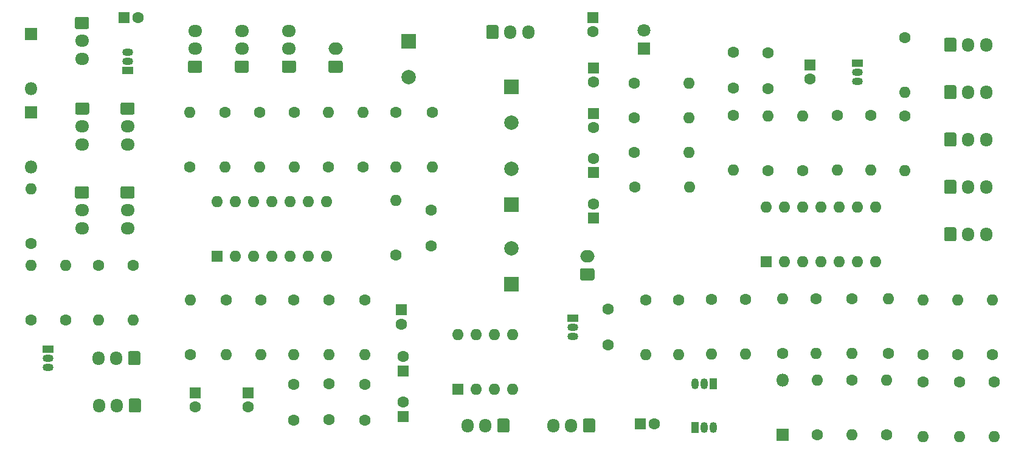
<source format=gts>
G04 #@! TF.GenerationSoftware,KiCad,Pcbnew,(5.1.10)-1*
G04 #@! TF.CreationDate,2022-03-19T16:06:14-07:00*
G04 #@! TF.ProjectId,Noise Toaster,4e6f6973-6520-4546-9f61-737465722e6b,rev?*
G04 #@! TF.SameCoordinates,Original*
G04 #@! TF.FileFunction,Soldermask,Top*
G04 #@! TF.FilePolarity,Negative*
%FSLAX46Y46*%
G04 Gerber Fmt 4.6, Leading zero omitted, Abs format (unit mm)*
G04 Created by KiCad (PCBNEW (5.1.10)-1) date 2022-03-19 16:06:14*
%MOMM*%
%LPD*%
G01*
G04 APERTURE LIST*
%ADD10C,1.600000*%
%ADD11O,1.600000X1.600000*%
%ADD12O,1.950000X1.700000*%
%ADD13R,1.600000X1.600000*%
%ADD14O,2.000000X1.700000*%
%ADD15C,2.000000*%
%ADD16R,2.000000X2.000000*%
%ADD17R,1.800000X1.800000*%
%ADD18C,1.800000*%
%ADD19O,1.800000X1.800000*%
%ADD20O,1.500000X1.050000*%
%ADD21R,1.500000X1.050000*%
%ADD22R,1.050000X1.500000*%
%ADD23O,1.050000X1.500000*%
%ADD24O,1.700000X1.950000*%
G04 APERTURE END LIST*
D10*
X37338000Y-76708000D03*
D11*
X37338000Y-69088000D03*
G36*
G01*
X38937800Y-46378000D02*
X40387800Y-46378000D01*
G75*
G02*
X40637800Y-46628000I0J-250000D01*
G01*
X40637800Y-47828000D01*
G75*
G02*
X40387800Y-48078000I-250000J0D01*
G01*
X38937800Y-48078000D01*
G75*
G02*
X38687800Y-47828000I0J250000D01*
G01*
X38687800Y-46628000D01*
G75*
G02*
X38937800Y-46378000I250000J0D01*
G01*
G37*
D12*
X39662800Y-49728000D03*
X39662800Y-52228000D03*
D13*
X58420000Y-67818000D03*
D11*
X73660000Y-60198000D03*
X60960000Y-67818000D03*
X71120000Y-60198000D03*
X63500000Y-67818000D03*
X68580000Y-60198000D03*
X66040000Y-67818000D03*
X66040000Y-60198000D03*
X68580000Y-67818000D03*
X63500000Y-60198000D03*
X71120000Y-67818000D03*
X60960000Y-60198000D03*
X73660000Y-67818000D03*
X58420000Y-60198000D03*
X134874000Y-60960000D03*
X150114000Y-68580000D03*
X137414000Y-60960000D03*
X147574000Y-68580000D03*
X139954000Y-60960000D03*
X145034000Y-68580000D03*
X142494000Y-60960000D03*
X142494000Y-68580000D03*
X145034000Y-60960000D03*
X139954000Y-68580000D03*
X147574000Y-60960000D03*
X137414000Y-68580000D03*
X150114000Y-60960000D03*
D13*
X134874000Y-68580000D03*
D14*
X74930000Y-38902000D03*
G36*
G01*
X75680000Y-42252000D02*
X74180000Y-42252000D01*
G75*
G02*
X73930000Y-42002000I0J250000D01*
G01*
X73930000Y-40802000D01*
G75*
G02*
X74180000Y-40552000I250000J0D01*
G01*
X75680000Y-40552000D01*
G75*
G02*
X75930000Y-40802000I0J-250000D01*
G01*
X75930000Y-42002000D01*
G75*
G02*
X75680000Y-42252000I-250000J0D01*
G01*
G37*
D10*
X140970000Y-43148000D03*
D13*
X140970000Y-41148000D03*
D15*
X99419600Y-49196000D03*
D16*
X99419600Y-44196000D03*
X85090000Y-37846000D03*
D15*
X85090000Y-42846000D03*
D13*
X110849600Y-62519800D03*
D10*
X110849600Y-60519800D03*
D13*
X110849600Y-56169800D03*
D10*
X110849600Y-54169800D03*
D13*
X110744000Y-34544000D03*
D10*
X110744000Y-36544000D03*
D16*
X99419600Y-60614800D03*
D15*
X99419600Y-55614800D03*
D10*
X130302000Y-44370000D03*
X130302000Y-39370000D03*
X135128000Y-39450000D03*
X135128000Y-44450000D03*
D13*
X110849600Y-41564800D03*
D10*
X110849600Y-43564800D03*
X110849600Y-49914800D03*
D13*
X110849600Y-47914800D03*
D10*
X62738000Y-88868000D03*
D13*
X62738000Y-86868000D03*
X55372000Y-86868000D03*
D10*
X55372000Y-88868000D03*
X112907000Y-80184000D03*
X112907000Y-75184000D03*
X69088000Y-85662000D03*
X69088000Y-90662000D03*
X74029000Y-85582000D03*
X74029000Y-90582000D03*
X47466000Y-34544000D03*
D13*
X45466000Y-34544000D03*
D10*
X119348000Y-91186000D03*
D13*
X117348000Y-91186000D03*
D10*
X78994000Y-90662000D03*
X78994000Y-85662000D03*
X84328000Y-88170000D03*
D13*
X84328000Y-90170000D03*
D10*
X84074000Y-77296000D03*
D13*
X84074000Y-75296000D03*
X84328000Y-83820000D03*
D10*
X84328000Y-81820000D03*
X88269000Y-61406000D03*
X88269000Y-66406000D03*
D15*
X99445000Y-66740000D03*
D16*
X99445000Y-71740000D03*
D17*
X117856000Y-38862000D03*
D18*
X117856000Y-36322000D03*
D17*
X32512000Y-36830000D03*
D19*
X32512000Y-44450000D03*
X32512000Y-55372000D03*
D17*
X32512000Y-47752000D03*
D19*
X137160000Y-85090000D03*
D17*
X137160000Y-92710000D03*
G36*
G01*
X110732000Y-71208000D02*
X109232000Y-71208000D01*
G75*
G02*
X108982000Y-70958000I0J250000D01*
G01*
X108982000Y-69758000D01*
G75*
G02*
X109232000Y-69508000I250000J0D01*
G01*
X110732000Y-69508000D01*
G75*
G02*
X110982000Y-69758000I0J-250000D01*
G01*
X110982000Y-70958000D01*
G75*
G02*
X110732000Y-71208000I-250000J0D01*
G01*
G37*
D14*
X109982000Y-67858000D03*
D20*
X147574000Y-42164000D03*
X147574000Y-43434000D03*
D21*
X147574000Y-40894000D03*
D22*
X127508000Y-85598000D03*
D23*
X124968000Y-85598000D03*
X126238000Y-85598000D03*
D20*
X34913000Y-82026000D03*
X34913000Y-83296000D03*
D21*
X34913000Y-80756000D03*
D20*
X107950000Y-77724000D03*
X107950000Y-78994000D03*
D21*
X107950000Y-76454000D03*
D22*
X124968000Y-91694000D03*
D23*
X127508000Y-91694000D03*
X126238000Y-91694000D03*
D20*
X45974000Y-40640000D03*
X45974000Y-39370000D03*
D21*
X45974000Y-41910000D03*
D11*
X154178000Y-44958000D03*
D10*
X154178000Y-37338000D03*
X166370000Y-81534000D03*
D11*
X166370000Y-73914000D03*
D10*
X166624000Y-85344000D03*
D11*
X166624000Y-92964000D03*
X149483000Y-55788800D03*
D10*
X149483000Y-48168800D03*
D11*
X144780000Y-55788800D03*
D10*
X144780000Y-48168800D03*
X161798000Y-85344000D03*
D11*
X161798000Y-92964000D03*
X83350800Y-55356000D03*
D10*
X83350800Y-47736000D03*
X78778800Y-55356000D03*
D11*
X78778800Y-47736000D03*
X73952800Y-47736000D03*
D10*
X73952800Y-55356000D03*
D11*
X154178000Y-55880000D03*
D10*
X154178000Y-48260000D03*
X116586000Y-58166000D03*
D11*
X124206000Y-58166000D03*
D10*
X116564600Y-53340000D03*
D11*
X124184600Y-53340000D03*
D10*
X135128000Y-55880000D03*
D11*
X135128000Y-48260000D03*
X88392000Y-55372000D03*
D10*
X88392000Y-47752000D03*
X116564600Y-43688000D03*
D11*
X124184600Y-43688000D03*
X139954000Y-48260000D03*
D10*
X139954000Y-55880000D03*
X130302000Y-48168800D03*
D11*
X130302000Y-55788800D03*
X137160000Y-73783000D03*
D10*
X137160000Y-81403000D03*
D11*
X124184600Y-48549800D03*
D10*
X116564600Y-48549800D03*
X74029000Y-73898000D03*
D11*
X74029000Y-81518000D03*
X141818600Y-81403000D03*
D10*
X141818600Y-73783000D03*
D11*
X146812000Y-81403000D03*
D10*
X146812000Y-73783000D03*
X64516000Y-73898000D03*
D11*
X64516000Y-81518000D03*
X59690000Y-81534000D03*
D10*
X59690000Y-73914000D03*
X146812000Y-85090000D03*
D11*
X146812000Y-92710000D03*
X78994000Y-81534000D03*
D10*
X78994000Y-73914000D03*
X151892000Y-81403000D03*
D11*
X151892000Y-73783000D03*
X151638000Y-85090000D03*
D10*
X151638000Y-92710000D03*
D11*
X141986000Y-85090000D03*
D10*
X141986000Y-92710000D03*
X41910000Y-69088000D03*
D11*
X41910000Y-76708000D03*
X46736000Y-76708000D03*
D10*
X46736000Y-69088000D03*
D11*
X54725000Y-73898000D03*
D10*
X54725000Y-81518000D03*
X127254000Y-73822800D03*
D11*
X127254000Y-81442800D03*
D10*
X161544000Y-81534000D03*
D11*
X161544000Y-73914000D03*
D10*
X32512000Y-66040000D03*
D11*
X32512000Y-58420000D03*
X156718000Y-92964000D03*
D10*
X156718000Y-85344000D03*
X156718000Y-81534000D03*
D11*
X156718000Y-73914000D03*
X32512000Y-69088000D03*
D10*
X32512000Y-76708000D03*
D11*
X132058600Y-81442800D03*
D10*
X132058600Y-73822800D03*
X122682000Y-73914000D03*
D11*
X122682000Y-81534000D03*
D10*
X54610000Y-55372000D03*
D11*
X54610000Y-47752000D03*
D10*
X59551000Y-47736000D03*
D11*
X59551000Y-55356000D03*
D10*
X69203000Y-47736000D03*
D11*
X69203000Y-55356000D03*
X64377000Y-55356000D03*
D10*
X64377000Y-47736000D03*
D11*
X118110000Y-81534000D03*
D10*
X118110000Y-73914000D03*
X69088000Y-73898000D03*
D11*
X69088000Y-81518000D03*
D10*
X83312000Y-67676000D03*
D11*
X83312000Y-60056000D03*
D12*
X61887800Y-36386000D03*
X61887800Y-38886000D03*
G36*
G01*
X62612800Y-42236000D02*
X61162800Y-42236000D01*
G75*
G02*
X60912800Y-41986000I0J250000D01*
G01*
X60912800Y-40786000D01*
G75*
G02*
X61162800Y-40536000I250000J0D01*
G01*
X62612800Y-40536000D01*
G75*
G02*
X62862800Y-40786000I0J-250000D01*
G01*
X62862800Y-41986000D01*
G75*
G02*
X62612800Y-42236000I-250000J0D01*
G01*
G37*
G36*
G01*
X69166000Y-42236000D02*
X67716000Y-42236000D01*
G75*
G02*
X67466000Y-41986000I0J250000D01*
G01*
X67466000Y-40786000D01*
G75*
G02*
X67716000Y-40536000I250000J0D01*
G01*
X69166000Y-40536000D01*
G75*
G02*
X69416000Y-40786000I0J-250000D01*
G01*
X69416000Y-41986000D01*
G75*
G02*
X69166000Y-42236000I-250000J0D01*
G01*
G37*
X68441000Y-38886000D03*
X68441000Y-36386000D03*
G36*
G01*
X56097000Y-42252000D02*
X54647000Y-42252000D01*
G75*
G02*
X54397000Y-42002000I0J250000D01*
G01*
X54397000Y-40802000D01*
G75*
G02*
X54647000Y-40552000I250000J0D01*
G01*
X56097000Y-40552000D01*
G75*
G02*
X56347000Y-40802000I0J-250000D01*
G01*
X56347000Y-42002000D01*
G75*
G02*
X56097000Y-42252000I-250000J0D01*
G01*
G37*
X55372000Y-38902000D03*
X55372000Y-36402000D03*
G36*
G01*
X95924000Y-37301000D02*
X95924000Y-35851000D01*
G75*
G02*
X96174000Y-35601000I250000J0D01*
G01*
X97374000Y-35601000D01*
G75*
G02*
X97624000Y-35851000I0J-250000D01*
G01*
X97624000Y-37301000D01*
G75*
G02*
X97374000Y-37551000I-250000J0D01*
G01*
X96174000Y-37551000D01*
G75*
G02*
X95924000Y-37301000I0J250000D01*
G01*
G37*
D24*
X99274000Y-36576000D03*
X101774000Y-36576000D03*
G36*
G01*
X159678000Y-52287000D02*
X159678000Y-50837000D01*
G75*
G02*
X159928000Y-50587000I250000J0D01*
G01*
X161128000Y-50587000D01*
G75*
G02*
X161378000Y-50837000I0J-250000D01*
G01*
X161378000Y-52287000D01*
G75*
G02*
X161128000Y-52537000I-250000J0D01*
G01*
X159928000Y-52537000D01*
G75*
G02*
X159678000Y-52287000I0J250000D01*
G01*
G37*
X163028000Y-51562000D03*
X165528000Y-51562000D03*
X41901800Y-82042000D03*
X44401800Y-82042000D03*
G36*
G01*
X47751800Y-81317000D02*
X47751800Y-82767000D01*
G75*
G02*
X47501800Y-83017000I-250000J0D01*
G01*
X46301800Y-83017000D01*
G75*
G02*
X46051800Y-82767000I0J250000D01*
G01*
X46051800Y-81317000D01*
G75*
G02*
X46301800Y-81067000I250000J0D01*
G01*
X47501800Y-81067000D01*
G75*
G02*
X47751800Y-81317000I0J-250000D01*
G01*
G37*
G36*
G01*
X45249000Y-46394000D02*
X46699000Y-46394000D01*
G75*
G02*
X46949000Y-46644000I0J-250000D01*
G01*
X46949000Y-47844000D01*
G75*
G02*
X46699000Y-48094000I-250000J0D01*
G01*
X45249000Y-48094000D01*
G75*
G02*
X44999000Y-47844000I0J250000D01*
G01*
X44999000Y-46644000D01*
G75*
G02*
X45249000Y-46394000I250000J0D01*
G01*
G37*
D12*
X45974000Y-49744000D03*
X45974000Y-52244000D03*
X39624000Y-40306000D03*
X39624000Y-37806000D03*
G36*
G01*
X38899000Y-34456000D02*
X40349000Y-34456000D01*
G75*
G02*
X40599000Y-34706000I0J-250000D01*
G01*
X40599000Y-35906000D01*
G75*
G02*
X40349000Y-36156000I-250000J0D01*
G01*
X38899000Y-36156000D01*
G75*
G02*
X38649000Y-35906000I0J250000D01*
G01*
X38649000Y-34706000D01*
G75*
G02*
X38899000Y-34456000I250000J0D01*
G01*
G37*
G36*
G01*
X47840000Y-87921000D02*
X47840000Y-89371000D01*
G75*
G02*
X47590000Y-89621000I-250000J0D01*
G01*
X46390000Y-89621000D01*
G75*
G02*
X46140000Y-89371000I0J250000D01*
G01*
X46140000Y-87921000D01*
G75*
G02*
X46390000Y-87671000I250000J0D01*
G01*
X47590000Y-87671000D01*
G75*
G02*
X47840000Y-87921000I0J-250000D01*
G01*
G37*
D24*
X44490000Y-88646000D03*
X41990000Y-88646000D03*
G36*
G01*
X99148000Y-90715000D02*
X99148000Y-92165000D01*
G75*
G02*
X98898000Y-92415000I-250000J0D01*
G01*
X97698000Y-92415000D01*
G75*
G02*
X97448000Y-92165000I0J250000D01*
G01*
X97448000Y-90715000D01*
G75*
G02*
X97698000Y-90465000I250000J0D01*
G01*
X98898000Y-90465000D01*
G75*
G02*
X99148000Y-90715000I0J-250000D01*
G01*
G37*
X95798000Y-91440000D03*
X93298000Y-91440000D03*
G36*
G01*
X159678000Y-39079000D02*
X159678000Y-37629000D01*
G75*
G02*
X159928000Y-37379000I250000J0D01*
G01*
X161128000Y-37379000D01*
G75*
G02*
X161378000Y-37629000I0J-250000D01*
G01*
X161378000Y-39079000D01*
G75*
G02*
X161128000Y-39329000I-250000J0D01*
G01*
X159928000Y-39329000D01*
G75*
G02*
X159678000Y-39079000I0J250000D01*
G01*
G37*
X163028000Y-38354000D03*
X165528000Y-38354000D03*
X165528000Y-64770000D03*
X163028000Y-64770000D03*
G36*
G01*
X159678000Y-65495000D02*
X159678000Y-64045000D01*
G75*
G02*
X159928000Y-63795000I250000J0D01*
G01*
X161128000Y-63795000D01*
G75*
G02*
X161378000Y-64045000I0J-250000D01*
G01*
X161378000Y-65495000D01*
G75*
G02*
X161128000Y-65745000I-250000J0D01*
G01*
X159928000Y-65745000D01*
G75*
G02*
X159678000Y-65495000I0J250000D01*
G01*
G37*
X165528000Y-58166000D03*
X163028000Y-58166000D03*
G36*
G01*
X159678000Y-58891000D02*
X159678000Y-57441000D01*
G75*
G02*
X159928000Y-57191000I250000J0D01*
G01*
X161128000Y-57191000D01*
G75*
G02*
X161378000Y-57441000I0J-250000D01*
G01*
X161378000Y-58891000D01*
G75*
G02*
X161128000Y-59141000I-250000J0D01*
G01*
X159928000Y-59141000D01*
G75*
G02*
X159678000Y-58891000I0J250000D01*
G01*
G37*
G36*
G01*
X111086000Y-90715000D02*
X111086000Y-92165000D01*
G75*
G02*
X110836000Y-92415000I-250000J0D01*
G01*
X109636000Y-92415000D01*
G75*
G02*
X109386000Y-92165000I0J250000D01*
G01*
X109386000Y-90715000D01*
G75*
G02*
X109636000Y-90465000I250000J0D01*
G01*
X110836000Y-90465000D01*
G75*
G02*
X111086000Y-90715000I0J-250000D01*
G01*
G37*
X107736000Y-91440000D03*
X105236000Y-91440000D03*
G36*
G01*
X159678000Y-45683000D02*
X159678000Y-44233000D01*
G75*
G02*
X159928000Y-43983000I250000J0D01*
G01*
X161128000Y-43983000D01*
G75*
G02*
X161378000Y-44233000I0J-250000D01*
G01*
X161378000Y-45683000D01*
G75*
G02*
X161128000Y-45933000I-250000J0D01*
G01*
X159928000Y-45933000D01*
G75*
G02*
X159678000Y-45683000I0J250000D01*
G01*
G37*
X163028000Y-44958000D03*
X165528000Y-44958000D03*
D12*
X45974000Y-63928000D03*
X45974000Y-61428000D03*
G36*
G01*
X45249000Y-58078000D02*
X46699000Y-58078000D01*
G75*
G02*
X46949000Y-58328000I0J-250000D01*
G01*
X46949000Y-59528000D01*
G75*
G02*
X46699000Y-59778000I-250000J0D01*
G01*
X45249000Y-59778000D01*
G75*
G02*
X44999000Y-59528000I0J250000D01*
G01*
X44999000Y-58328000D01*
G75*
G02*
X45249000Y-58078000I250000J0D01*
G01*
G37*
X39624000Y-63928000D03*
X39624000Y-61428000D03*
G36*
G01*
X38899000Y-58078000D02*
X40349000Y-58078000D01*
G75*
G02*
X40599000Y-58328000I0J-250000D01*
G01*
X40599000Y-59528000D01*
G75*
G02*
X40349000Y-59778000I-250000J0D01*
G01*
X38899000Y-59778000D01*
G75*
G02*
X38649000Y-59528000I0J250000D01*
G01*
X38649000Y-58328000D01*
G75*
G02*
X38899000Y-58078000I250000J0D01*
G01*
G37*
D13*
X91948000Y-86360000D03*
D11*
X99568000Y-78740000D03*
X94488000Y-86360000D03*
X97028000Y-78740000D03*
X97028000Y-86360000D03*
X94488000Y-78740000D03*
X99568000Y-86360000D03*
X91948000Y-78740000D03*
M02*

</source>
